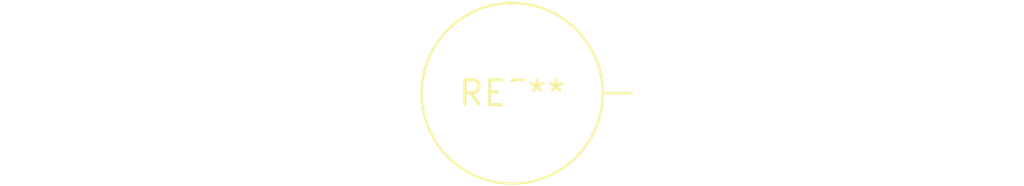
<source format=kicad_pcb>
(kicad_pcb (version 20240108) (generator pcbnew)
  (layers (0 "F.Cu" signal) (31 "B.Cu" signal) (34 "B.Paste" user) (35 "F.Paste" user) (36 "B.SilkS" user "B.Silkscreen") (37 "F.SilkS" user "F.Silkscreen") (38 "B.Mask" user) (39 "F.Mask" user) (44 "Edge.Cuts" user))
  (net 0 "")
  (footprint "R_Axial_DIN0918_L18.0mm_D9.0mm_P7.62mm_Vertical" (layer "F.Cu") (at 0 0)
    (property "Reference" "REF**")
    (property "Value" "R_Axial_DIN0918_L18.0mm_D9.0mm_P7.62mm_Vertical")
    (fp_line (start 4.62 0) (end 6.12 0) (layer "F.SilkS") (stroke (width 0.12)))
    (fp_circle (center 0 0) (end 4.62 0) (layer "F.SilkS") (stroke (width 0.12)) (fill none))
    (pad "1" thru_hole circle (at 0 0) (size 2.4 2.4) (drill 1.2) (layers *.Cu *.Mask) (remove_unused_layers))
    (pad "2" thru_hole oval (at 7.62 0) (size 2.4 2.4) (drill 1.2) (layers *.Cu *.Mask) (remove_unused_layers))
  )
)
</source>
